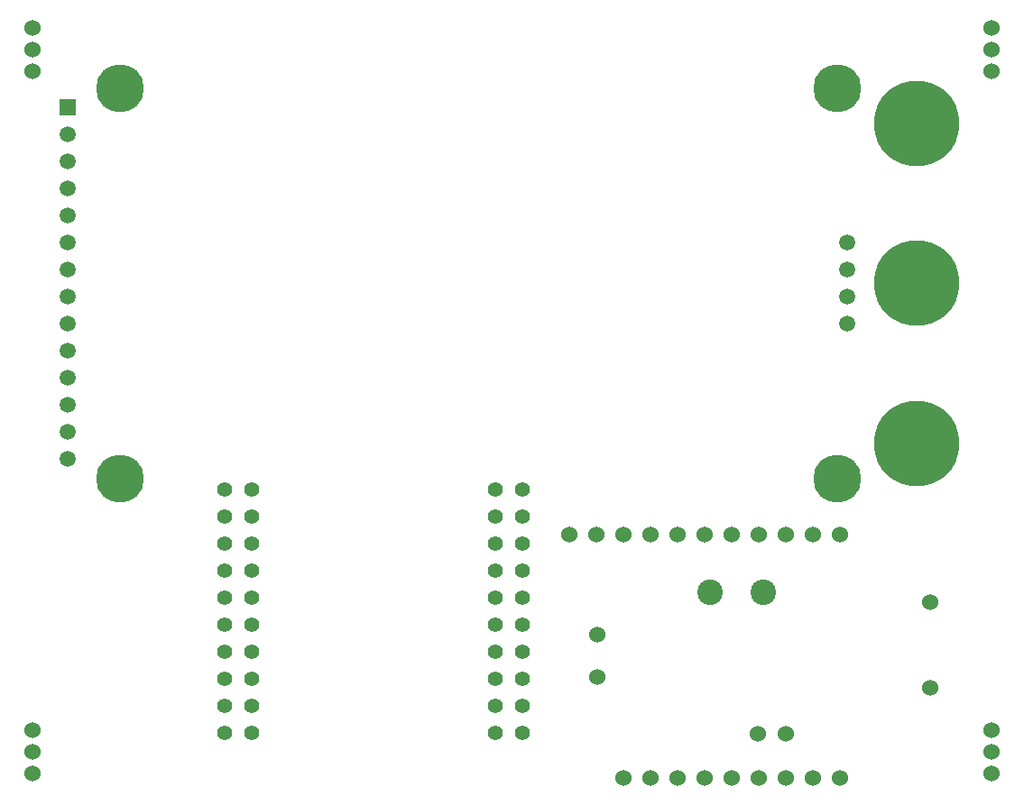
<source format=gbs>
%TF.GenerationSoftware,KiCad,Pcbnew,(6.0.0)*%
%TF.CreationDate,2022-12-18T15:17:50+01:00*%
%TF.ProjectId,Interconnect PCB,496e7465-7263-46f6-9e6e-656374205043,rev?*%
%TF.SameCoordinates,Original*%
%TF.FileFunction,Soldermask,Bot*%
%TF.FilePolarity,Negative*%
%FSLAX46Y46*%
G04 Gerber Fmt 4.6, Leading zero omitted, Abs format (unit mm)*
G04 Created by KiCad (PCBNEW (6.0.0)) date 2022-12-18 15:17:50*
%MOMM*%
%LPD*%
G01*
G04 APERTURE LIST*
%ADD10C,8.000000*%
%ADD11C,1.524000*%
%ADD12C,4.500000*%
%ADD13R,1.500000X1.500000*%
%ADD14C,1.500000*%
%ADD15C,1.400000*%
%ADD16C,2.400000*%
G04 APERTURE END LIST*
D10*
%TO.C,T2*%
X188000000Y-90000000D03*
%TD*%
D11*
%TO.C,U7*%
X105000000Y-131968000D03*
X105000000Y-134000000D03*
X105000000Y-136032000D03*
%TD*%
%TO.C,U3*%
X155360000Y-113570000D03*
X157900000Y-113570000D03*
X160440000Y-113570000D03*
X162980000Y-113570000D03*
X165520000Y-113570000D03*
X168060000Y-113570000D03*
X170600000Y-113570000D03*
X173140000Y-113570000D03*
X175680000Y-113570000D03*
X178220000Y-113570000D03*
X180760000Y-113570000D03*
X180760000Y-136430000D03*
X178220000Y-136430000D03*
X175680000Y-136430000D03*
X173140000Y-136430000D03*
X170600000Y-136430000D03*
X168060000Y-136430000D03*
X165520000Y-136430000D03*
X162980000Y-136430000D03*
X160440000Y-136430000D03*
X175680000Y-132313000D03*
X173060000Y-132313000D03*
X158000000Y-123000000D03*
X158000000Y-127000000D03*
%TD*%
D10*
%TO.C,T3*%
X188000000Y-105000000D03*
%TD*%
%TO.C,T1*%
X188000000Y-75000000D03*
%TD*%
D11*
%TO.C,U6*%
X105000000Y-65968000D03*
X105000000Y-68000000D03*
X105000000Y-70032000D03*
%TD*%
%TO.C,U4*%
X195000000Y-70032000D03*
X195000000Y-68000000D03*
X195000000Y-65968000D03*
%TD*%
D12*
%TO.C,U2*%
X113230000Y-108360000D03*
X113230000Y-71640000D03*
X180490000Y-71640000D03*
X180490000Y-108360000D03*
D13*
X108340000Y-73490000D03*
D14*
X108340000Y-76030000D03*
X108340000Y-78570000D03*
X108340000Y-81110000D03*
X108340000Y-83650000D03*
X108340000Y-86190000D03*
X108340000Y-88730000D03*
X108340000Y-91270000D03*
X108340000Y-93810000D03*
X108340000Y-96350000D03*
X108340000Y-98890000D03*
X108340000Y-101430000D03*
X108340000Y-103970000D03*
X108310000Y-106510000D03*
X181490000Y-86190000D03*
X181490000Y-88730000D03*
X181490000Y-91270000D03*
X181490000Y-93810000D03*
%TD*%
D11*
%TO.C,U5*%
X195000000Y-136032000D03*
X195000000Y-134000000D03*
X195000000Y-131968000D03*
%TD*%
%TO.C,R1*%
X189230000Y-119952000D03*
X189230000Y-127952000D03*
%TD*%
D15*
%TO.C,U1*%
X123030000Y-132210000D03*
X125570000Y-132210000D03*
X123030000Y-129670000D03*
X125570000Y-129670000D03*
X123030000Y-127130000D03*
X125570000Y-127130000D03*
X123030000Y-124590000D03*
X125570000Y-124590000D03*
X123030000Y-122050000D03*
X125570000Y-122050000D03*
X123030000Y-119510000D03*
X125570000Y-119510000D03*
X123030000Y-116970000D03*
X125570000Y-116970000D03*
X123030000Y-114430000D03*
X125570000Y-114430000D03*
X123030000Y-111890000D03*
X125570000Y-111890000D03*
X123030000Y-109350000D03*
X125570000Y-109350000D03*
X148430000Y-132210000D03*
X150970000Y-132210000D03*
X148430000Y-129670000D03*
X150970000Y-129670000D03*
X148430000Y-127130000D03*
X150970000Y-127130000D03*
X148430000Y-124590000D03*
X150970000Y-124590000D03*
X148430000Y-122050000D03*
X150970000Y-122050000D03*
X148430000Y-119510000D03*
X150970000Y-119510000D03*
X148430000Y-116970000D03*
X150970000Y-116970000D03*
X148430000Y-114430000D03*
X150970000Y-114430000D03*
X148430000Y-111890000D03*
X150970000Y-111890000D03*
X148430000Y-109350000D03*
X150970000Y-109350000D03*
%TD*%
D16*
%TO.C,J1*%
X168587800Y-119017800D03*
X173587800Y-119017800D03*
%TD*%
M02*

</source>
